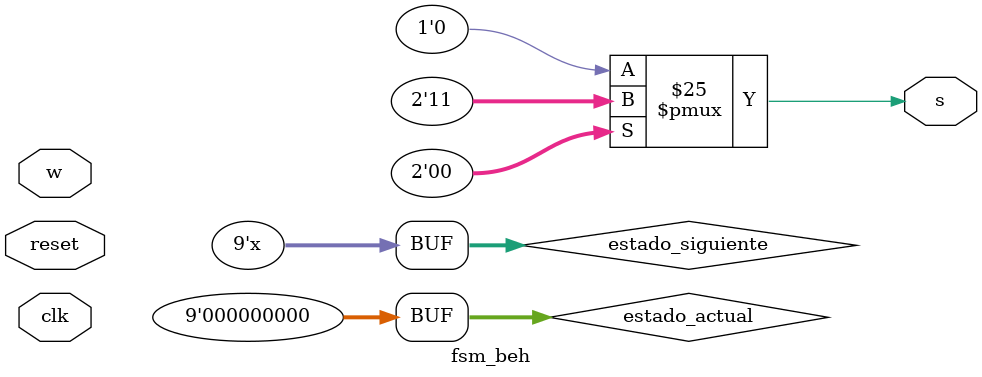
<source format=v>
module fsm_beh (
    input reset,w,clk,
    output reg s
);  
    parameter size = 9 ;
    parameter A = 9'b000000000 ;
    parameter B = 9'b000000011 ;
    parameter C = 9'b000000101 ;
    parameter D = 9'b000001001 ;
    parameter E = 9'b000010001 ;
    parameter F = 9'b000100001 ;
    parameter G = 9'b001000001 ;
    parameter H = 9'b010000001 ;
    parameter I = 9'b100000001 ;

    reg [size-1:0] estado_actual = 9'b000000000;
    reg [size-1:0] estado_siguiente = 9'b000000000;
    always @(posedge clk, posedge reset) begin
        if (reset) begin
            estado_actual <= A;
        end
        else begin
            estado_actual <= estado_siguiente;
        end
    end
    
    always @(estado_actual,w) begin
        //estado_siguiente = A;
        case (estado_actual)
            A : begin
                if (w==1'b0) begin
                    estado_siguiente = B;
                end 
                else if (w==1'b1) begin
                    estado_siguiente = F;   
                end    
            end
            B : begin
                if (w==1'b0) begin
                    estado_siguiente = C;
                end 
                else if (w==1'b1) begin
                    estado_siguiente = F;   
                end    
            end
            C : begin
                if (w==1'b0) begin
                    estado_siguiente = D;
                end 
                else if (w==1'b1) begin
                    estado_siguiente = F;   
                end    
            end
            D : begin
                if (w==1'b0) begin
                    estado_siguiente = E;
                end 
                else if (w==1'b1) begin
                    estado_siguiente = F;   
                end    
            end
            E : begin
                if (w==1'b0) begin
                    estado_siguiente = E;
                end 
                else if (w==1'b1) begin
                    estado_siguiente = F;   
                end    
            end
            F : begin
                if (w==1'b0) begin
                    estado_siguiente = B;
                end 
                else if (w==1'b1) begin
                    estado_siguiente = G;   
                end    
            end
            G : begin
                if (w==1'b0) begin
                    estado_siguiente = B;
                end 
                else if (w==1'b1) begin
                    estado_siguiente = H;   
                end    
            end
            H : begin
                if (w==1'b0) begin
                    estado_siguiente = B;
                end 
                else if (w==1'b1) begin
                    estado_siguiente = I;   
                end    
            end
            I : begin
                if (w==1'b0) begin
                    estado_siguiente = B;
                end 
                else if (w==1'b1) begin
                    estado_siguiente = I;   
                end    
            end
            default: estado_actual = A;
        endcase
    end


    always @(estado_actual) begin
        case (estado_actual)
            E : s = 1'b1;
            I : s = 1'b1; 
            default: s = 1'b0;
        endcase
    end
endmodule
</source>
